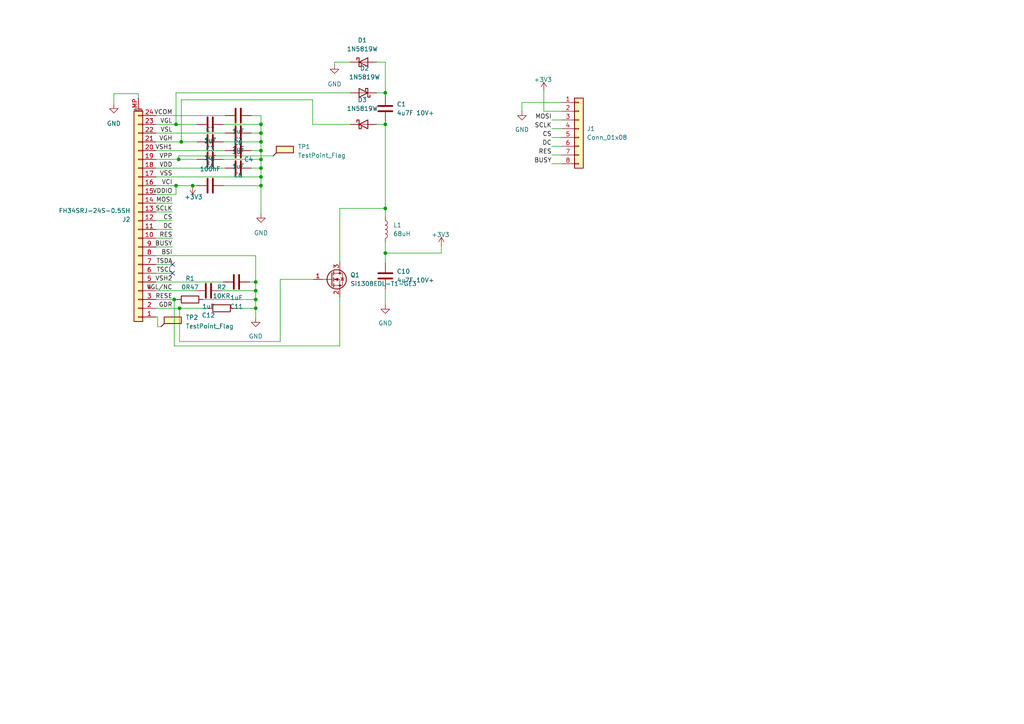
<source format=kicad_sch>
(kicad_sch (version 20211123) (generator eeschema)
  (paper "A4")
  (lib_symbols
    (symbol "Connector:TestPoint_Flag" (pin_numbers hide) (pin_names (offset 0.762) hide)
      (property "Reference" "TP" (at 3.429 1.778 0))
      (property "Value" "TestPoint_Flag" (at 3.302 4.191 0))
      (symbol "TestPoint_Flag_0_1"
        (polyline (pts (xy 0 0) (xy 0.889 0.889)) (stroke (width 0.254)))
        (rectangle (start 0.889 2.794) (end 5.842 0.889) (stroke (width 0.254)) (fill (type background)))
      )
      (symbol "TestPoint_Flag_1_1"
        (pin passive line (at 0 0 90) (length 0) (name "1") (number "1"))
      )
    )
    (symbol "Connector_Generic:Conn_01x08" (pin_names (offset 1.016) hide)
      (property "Reference" "J" (at 0 10.16 0))
      (property "Value" "Conn_01x08" (at 0 -12.7 0))
      (symbol "Conn_01x08_1_1"
        (rectangle (start -1.27 -10.033) (end 0 -10.287) (stroke (width 0.1524)))
        (rectangle (start -1.27 -7.493) (end 0 -7.747) (stroke (width 0.1524)))
        (rectangle (start -1.27 -4.953) (end 0 -5.207) (stroke (width 0.1524)))
        (rectangle (start -1.27 -2.413) (end 0 -2.667) (stroke (width 0.1524)))
        (rectangle (start -1.27 0.127) (end 0 -0.127) (stroke (width 0.1524)))
        (rectangle (start -1.27 2.667) (end 0 2.413) (stroke (width 0.1524)))
        (rectangle (start -1.27 5.207) (end 0 4.953) (stroke (width 0.1524)))
        (rectangle (start -1.27 7.747) (end 0 7.493) (stroke (width 0.1524)))
        (rectangle (start -1.27 8.89) (end 1.27 -11.43) (stroke (width 0.254)) (fill (type background)))
        (pin passive line (at -5.08 7.62 0) (length 3.81) (name "Pin_1") (number "1"))
        (pin passive line (at -5.08 5.08 0) (length 3.81) (name "Pin_2") (number "2"))
        (pin passive line (at -5.08 2.54 0) (length 3.81) (name "Pin_3") (number "3"))
        (pin passive line (at -5.08 0 0) (length 3.81) (name "Pin_4") (number "4"))
        (pin passive line (at -5.08 -2.54 0) (length 3.81) (name "Pin_5") (number "5"))
        (pin passive line (at -5.08 -5.08 0) (length 3.81) (name "Pin_6") (number "6"))
        (pin passive line (at -5.08 -7.62 0) (length 3.81) (name "Pin_7") (number "7"))
        (pin passive line (at -5.08 -10.16 0) (length 3.81) (name "Pin_8") (number "8"))
      )
    )
    (symbol "Connector_Generic_MountingPin:Conn_01x24_MountingPin" (pin_names (offset 1.016) hide)
      (property "Reference" "J" (at 0 30.48 0))
      (property "Value" "Conn_01x24_MountingPin" (at 1.27 -33.02 0))
      (symbol "Conn_01x24_MountingPin_1_1"
        (rectangle (start -1.27 -30.353) (end 0 -30.607) (stroke (width 0.1524)))
        (rectangle (start -1.27 -27.813) (end 0 -28.067) (stroke (width 0.1524)))
        (rectangle (start -1.27 -25.273) (end 0 -25.527) (stroke (width 0.1524)))
        (rectangle (start -1.27 -22.733) (end 0 -22.987) (stroke (width 0.1524)))
        (rectangle (start -1.27 -20.193) (end 0 -20.447) (stroke (width 0.1524)))
        (rectangle (start -1.27 -17.653) (end 0 -17.907) (stroke (width 0.1524)))
        (rectangle (start -1.27 -15.113) (end 0 -15.367) (stroke (width 0.1524)))
        (rectangle (start -1.27 -12.573) (end 0 -12.827) (stroke (width 0.1524)))
        (rectangle (start -1.27 -10.033) (end 0 -10.287) (stroke (width 0.1524)))
        (rectangle (start -1.27 -7.493) (end 0 -7.747) (stroke (width 0.1524)))
        (rectangle (start -1.27 -4.953) (end 0 -5.207) (stroke (width 0.1524)))
        (rectangle (start -1.27 -2.413) (end 0 -2.667) (stroke (width 0.1524)))
        (rectangle (start -1.27 0.127) (end 0 -0.127) (stroke (width 0.1524)))
        (rectangle (start -1.27 2.667) (end 0 2.413) (stroke (width 0.1524)))
        (rectangle (start -1.27 5.207) (end 0 4.953) (stroke (width 0.1524)))
        (rectangle (start -1.27 7.747) (end 0 7.493) (stroke (width 0.1524)))
        (rectangle (start -1.27 10.287) (end 0 10.033) (stroke (width 0.1524)))
        (rectangle (start -1.27 12.827) (end 0 12.573) (stroke (width 0.1524)))
        (rectangle (start -1.27 15.367) (end 0 15.113) (stroke (width 0.1524)))
        (rectangle (start -1.27 17.907) (end 0 17.653) (stroke (width 0.1524)))
        (rectangle (start -1.27 20.447) (end 0 20.193) (stroke (width 0.1524)))
        (rectangle (start -1.27 22.987) (end 0 22.733) (stroke (width 0.1524)))
        (rectangle (start -1.27 25.527) (end 0 25.273) (stroke (width 0.1524)))
        (rectangle (start -1.27 28.067) (end 0 27.813) (stroke (width 0.1524)))
        (rectangle (start -1.27 29.21) (end 1.27 -31.75) (stroke (width 0.254)) (fill (type background)))
        (polyline (pts (xy -1.016 -32.512) (xy 1.016 -32.512)) (stroke (width 0.1524)))
        (text "Mounting" (at 0 -32.131 0) (effects (font (size 0.381 0.381))))
        (pin passive line (at -5.08 27.94 0) (length 3.81) (name "Pin_1") (number "1"))
        (pin passive line (at -5.08 5.08 0) (length 3.81) (name "Pin_10") (number "10"))
        (pin passive line (at -5.08 2.54 0) (length 3.81) (name "Pin_11") (number "11"))
        (pin passive line (at -5.08 0 0) (length 3.81) (name "Pin_12") (number "12"))
        (pin passive line (at -5.08 -2.54 0) (length 3.81) (name "Pin_13") (number "13"))
        (pin passive line (at -5.08 -5.08 0) (length 3.81) (name "Pin_14") (number "14"))
        (pin passive line (at -5.08 -7.62 0) (length 3.81) (name "Pin_15") (number "15"))
        (pin passive line (at -5.08 -10.16 0) (length 3.81) (name "Pin_16") (number "16"))
        (pin passive line (at -5.08 -12.7 0) (length 3.81) (name "Pin_17") (number "17"))
        (pin passive line (at -5.08 -15.24 0) (length 3.81) (name "Pin_18") (number "18"))
        (pin passive line (at -5.08 -17.78 0) (length 3.81) (name "Pin_19") (number "19"))
        (pin passive line (at -5.08 25.4 0) (length 3.81) (name "Pin_2") (number "2"))
        (pin passive line (at -5.08 -20.32 0) (length 3.81) (name "Pin_20") (number "20"))
        (pin passive line (at -5.08 -22.86 0) (length 3.81) (name "Pin_21") (number "21"))
        (pin passive line (at -5.08 -25.4 0) (length 3.81) (name "Pin_22") (number "22"))
        (pin passive line (at -5.08 -27.94 0) (length 3.81) (name "Pin_23") (number "23"))
        (pin passive line (at -5.08 -30.48 0) (length 3.81) (name "Pin_24") (number "24"))
        (pin passive line (at -5.08 22.86 0) (length 3.81) (name "Pin_3") (number "3"))
        (pin passive line (at -5.08 20.32 0) (length 3.81) (name "Pin_4") (number "4"))
        (pin passive line (at -5.08 17.78 0) (length 3.81) (name "Pin_5") (number "5"))
        (pin passive line (at -5.08 15.24 0) (length 3.81) (name "Pin_6") (number "6"))
        (pin passive line (at -5.08 12.7 0) (length 3.81) (name "Pin_7") (number "7"))
        (pin passive line (at -5.08 10.16 0) (length 3.81) (name "Pin_8") (number "8"))
        (pin passive line (at -5.08 7.62 0) (length 3.81) (name "Pin_9") (number "9"))
        (pin passive line (at 0 -35.56 90) (length 3.048) (name "MountPin") (number "MP"))
      )
    )
    (symbol "Device:C" (pin_numbers hide) (pin_names (offset 0.254))
      (property "Reference" "C" (at 0.635 2.54 0))
      (property "Value" "C" (at 0.635 -2.54 0))
      (symbol "C_0_1"
        (polyline (pts (xy -2.032 -0.762) (xy 2.032 -0.762)) (stroke (width 0.508)))
        (polyline (pts (xy -2.032 0.762) (xy 2.032 0.762)) (stroke (width 0.508)))
      )
      (symbol "C_1_1"
        (pin passive line (at 0 3.81 270) (length 2.794) (name "~") (number "1"))
        (pin passive line (at 0 -3.81 90) (length 2.794) (name "~") (number "2"))
      )
    )
    (symbol "Device:L" (pin_numbers hide) (pin_names (offset 1.016) hide)
      (property "Reference" "L" (at -1.27 0 90))
      (property "Value" "L" (at 1.905 0 90))
      (symbol "L_0_1"
        (arc (start 0 -2.54) (mid 0.635 -1.905) (end 0 -1.27))
        (arc (start 0 -1.27) (mid 0.635 -0.635) (end 0 0))
        (arc (start 0 0) (mid 0.635 0.635) (end 0 1.27))
        (arc (start 0 1.27) (mid 0.635 1.905) (end 0 2.54))
      )
      (symbol "L_1_1"
        (pin passive line (at 0 3.81 270) (length 1.27) (name "1") (number "1"))
        (pin passive line (at 0 -3.81 90) (length 1.27) (name "2") (number "2"))
      )
    )
    (symbol "Device:R" (pin_numbers hide) (pin_names (offset 0))
      (property "Reference" "R" (at 2.032 0 90))
      (property "Value" "R" (at 0 0 90))
      (symbol "R_0_1"
        (rectangle (start -1.016 -2.54) (end 1.016 2.54) (stroke (width 0.254)))
      )
      (symbol "R_1_1"
        (pin passive line (at 0 3.81 270) (length 1.27) (name "~") (number "1"))
        (pin passive line (at 0 -3.81 90) (length 1.27) (name "~") (number "2"))
      )
    )
    (symbol "Diode:MBR0530" (pin_numbers hide) (pin_names (offset 1.016) hide)
      (property "Reference" "D" (at 0 2.54 0))
      (property "Value" "MBR0530" (at 0 -2.54 0))
      (symbol "MBR0530_0_1"
        (polyline (pts (xy 1.27 0) (xy -1.27 0)))
        (polyline (pts (xy 1.27 1.27) (xy 1.27 -1.27) (xy -1.27 0) (xy 1.27 1.27)) (stroke (width 0.254)))
        (polyline (pts (xy -1.905 0.635) (xy -1.905 1.27) (xy -1.27 1.27) (xy -1.27 -1.27) (xy -0.635 -1.27) (xy -0.635 -0.635)) (stroke (width 0.254)))
      )
      (symbol "MBR0530_1_1"
        (pin passive line (at -3.81 0 0) (length 2.54) (name "K") (number "1"))
        (pin passive line (at 3.81 0 180) (length 2.54) (name "A") (number "2"))
      )
    )
    (symbol "Transistor_FET:2N7002" (pin_names hide)
      (property "Reference" "Q" (at 5.08 1.905 0))
      (property "Value" "2N7002" (at 5.08 0 0))
      (symbol "2N7002_0_1"
        (polyline (pts (xy 0.254 0) (xy -2.54 0)))
        (polyline (pts (xy 0.254 1.905) (xy 0.254 -1.905)) (stroke (width 0.254)))
        (polyline (pts (xy 0.762 -1.27) (xy 0.762 -2.286)) (stroke (width 0.254)))
        (polyline (pts (xy 0.762 0.508) (xy 0.762 -0.508)) (stroke (width 0.254)))
        (polyline (pts (xy 0.762 2.286) (xy 0.762 1.27)) (stroke (width 0.254)))
        (polyline (pts (xy 2.54 2.54) (xy 2.54 1.778)))
        (polyline (pts (xy 2.54 -2.54) (xy 2.54 0) (xy 0.762 0)))
        (polyline (pts (xy 0.762 -1.778) (xy 3.302 -1.778) (xy 3.302 1.778) (xy 0.762 1.778)))
        (polyline (pts (xy 1.016 0) (xy 2.032 0.381) (xy 2.032 -0.381) (xy 1.016 0)) (fill (type outline)))
        (polyline (pts (xy 2.794 0.508) (xy 2.921 0.381) (xy 3.683 0.381) (xy 3.81 0.254)))
        (polyline (pts (xy 3.302 0.381) (xy 2.921 -0.254) (xy 3.683 -0.254) (xy 3.302 0.381)))
        (circle (center 1.651 0) (radius 2.794) (stroke (width 0.254)))
        (circle (center 2.54 -1.778) (radius 0.254) (fill (type outline)))
        (circle (center 2.54 1.778) (radius 0.254) (fill (type outline)))
      )
      (symbol "2N7002_1_1"
        (pin input line (at -5.08 0 0) (length 2.54) (name "G") (number "1"))
        (pin passive line (at 2.54 -5.08 90) (length 2.54) (name "S") (number "2"))
        (pin passive line (at 2.54 5.08 270) (length 2.54) (name "D") (number "3"))
      )
    )
    (symbol "power:+3V3" (power) (pin_names (offset 0))
      (property "Value" "+3V3" (at 0 3.556 0))
      (symbol "+3V3_0_1"
        (polyline (pts (xy -0.762 1.27) (xy 0 2.54)))
        (polyline (pts (xy 0 0) (xy 0 2.54)))
        (polyline (pts (xy 0 2.54) (xy 0.762 1.27)))
      )
      (symbol "+3V3_1_1"
        (pin power_in line (at 0 0 90) (length 0) hide (name "+3V3") (number "1"))
      )
    )
    (symbol "power:GND" (power) (pin_names (offset 0))
      (property "Value" "GND" (at 0 -3.81 0))
      (symbol "GND_0_1"
        (polyline (pts (xy 0 0) (xy 0 -1.27) (xy 1.27 -1.27) (xy 0 -2.54) (xy -1.27 -1.27) (xy 0 -1.27)))
      )
      (symbol "GND_1_1"
        (pin power_in line (at 0 0 270) (length 0) hide (name "GND") (number "1"))
      )
    )
  )
  (junction (at 111.76 73.406))
  (junction (at 75.692 36.068))
  (junction (at 51.816 46.228))
  (junction (at 74.168 81.788))
  (junction (at 74.168 84.328))
  (junction (at 51.054 36.068))
  (junction (at 75.692 53.848))
  (junction (at 111.76 36.068))
  (junction (at 51.054 53.848))
  (junction (at 74.168 89.408))
  (junction (at 75.692 46.228))
  (junction (at 75.692 41.148))
  (junction (at 75.692 48.768))
  (junction (at 50.546 86.868))
  (junction (at 52.578 41.148))
  (junction (at 75.692 51.308))
  (junction (at 74.168 86.868))
  (junction (at 111.76 26.924))
  (junction (at 75.692 38.608))
  (junction (at 52.07 89.408))
  (junction (at 55.88 53.848))
  (junction (at 111.76 60.452))
  (junction (at 75.692 43.688))
  (no_connect (at 50.038 79.248))
  (no_connect (at 50.038 76.708))
  (wire (pts (xy 64.77 41.148) (xy 75.692 41.148)))
  (wire (pts (xy 72.898 38.608) (xy 75.692 38.608)))
  (wire (pts (xy 75.692 43.688) (xy 75.692 46.228)))
  (wire (pts (xy 75.692 51.308) (xy 75.692 53.848)))
  (wire (pts (xy 162.814 29.718) (xy 151.384 29.718)))
  (wire (pts (xy 74.168 84.328) (xy 74.168 81.788)))
  (wire (pts (xy 68.072 89.408) (xy 74.168 89.408)))
  (wire (pts (xy 75.692 36.068) (xy 75.692 38.608)))
  (wire (pts (xy 45.212 76.708) (xy 50.038 76.708)))
  (wire (pts (xy 50.038 58.928) (xy 45.212 58.928)))
  (wire (pts (xy 33.02 27.178) (xy 40.132 27.178)))
  (wire (pts (xy 51.054 56.388) (xy 51.054 53.848)))
  (wire (pts (xy 90.678 36.068) (xy 90.678 28.956)))
  (wire (pts (xy 111.76 26.924) (xy 109.22 26.924)))
  (wire (pts (xy 51.816 46.228) (xy 51.816 45.212)))
  (wire (pts (xy 74.168 86.868) (xy 74.168 89.408)))
  (wire (pts (xy 45.212 33.528) (xy 65.278 33.528)))
  (wire (pts (xy 160.02 34.798) (xy 162.814 34.798)))
  (wire (pts (xy 111.76 73.406) (xy 111.76 76.2)))
  (wire (pts (xy 75.692 48.768) (xy 75.692 51.308)))
  (wire (pts (xy 50.038 66.548) (xy 45.212 66.548)))
  (wire (pts (xy 157.734 32.258) (xy 162.814 32.258)))
  (wire (pts (xy 40.132 27.178) (xy 40.132 28.448)))
  (wire (pts (xy 52.578 28.956) (xy 52.578 41.148)))
  (wire (pts (xy 160.02 37.338) (xy 162.814 37.338)))
  (wire (pts (xy 160.02 42.418) (xy 162.814 42.418)))
  (wire (pts (xy 98.552 86.106) (xy 98.552 100.33)))
  (wire (pts (xy 55.88 53.848) (xy 57.15 53.848)))
  (wire (pts (xy 56.642 84.328) (xy 45.212 84.328)))
  (wire (pts (xy 50.038 61.468) (xy 45.212 61.468)))
  (wire (pts (xy 111.76 27.686) (xy 111.76 26.924)))
  (wire (pts (xy 111.76 36.068) (xy 111.76 60.452)))
  (wire (pts (xy 50.038 71.628) (xy 45.212 71.628)))
  (wire (pts (xy 51.816 45.212) (xy 79.248 45.212)))
  (wire (pts (xy 45.212 43.688) (xy 65.278 43.688)))
  (wire (pts (xy 75.692 38.608) (xy 75.692 41.148)))
  (wire (pts (xy 75.692 41.148) (xy 75.692 43.688)))
  (wire (pts (xy 109.22 36.068) (xy 111.76 36.068)))
  (wire (pts (xy 51.816 46.228) (xy 57.15 46.228)))
  (wire (pts (xy 50.546 100.33) (xy 50.546 86.868)))
  (wire (pts (xy 64.262 84.328) (xy 74.168 84.328)))
  (wire (pts (xy 50.546 86.868) (xy 51.308 86.868)))
  (wire (pts (xy 45.212 51.308) (xy 75.692 51.308)))
  (wire (pts (xy 45.212 46.228) (xy 51.816 46.228)))
  (wire (pts (xy 58.928 86.868) (xy 74.168 86.868)))
  (wire (pts (xy 50.038 64.008) (xy 45.212 64.008)))
  (wire (pts (xy 51.054 53.848) (xy 45.212 53.848)))
  (wire (pts (xy 51.054 36.068) (xy 57.15 36.068)))
  (wire (pts (xy 75.692 33.528) (xy 75.692 36.068)))
  (wire (pts (xy 64.77 53.848) (xy 75.692 53.848)))
  (wire (pts (xy 64.77 36.068) (xy 75.692 36.068)))
  (wire (pts (xy 45.212 89.408) (xy 52.07 89.408)))
  (wire (pts (xy 72.898 33.528) (xy 75.692 33.528)))
  (wire (pts (xy 101.6 26.924) (xy 51.054 26.924)))
  (wire (pts (xy 101.6 18.034) (xy 97.028 18.034)))
  (wire (pts (xy 72.898 43.688) (xy 75.692 43.688)))
  (wire (pts (xy 74.168 81.788) (xy 72.39 81.788)))
  (wire (pts (xy 98.552 100.33) (xy 50.546 100.33)))
  (wire (pts (xy 52.07 89.408) (xy 60.452 89.408)))
  (wire (pts (xy 160.02 39.878) (xy 162.814 39.878)))
  (wire (pts (xy 111.76 70.358) (xy 111.76 73.406)))
  (wire (pts (xy 111.76 60.452) (xy 111.76 62.738)))
  (wire (pts (xy 160.02 47.498) (xy 162.814 47.498)))
  (wire (pts (xy 98.552 60.452) (xy 111.76 60.452)))
  (wire (pts (xy 45.212 48.768) (xy 65.278 48.768)))
  (wire (pts (xy 33.02 30.226) (xy 33.02 27.178)))
  (wire (pts (xy 51.054 26.924) (xy 51.054 36.068)))
  (wire (pts (xy 74.168 81.788) (xy 74.168 74.168)))
  (wire (pts (xy 51.054 56.388) (xy 45.212 56.388)))
  (wire (pts (xy 98.552 75.946) (xy 98.552 60.452)))
  (wire (pts (xy 72.898 48.768) (xy 75.692 48.768)))
  (wire (pts (xy 45.72 94.742) (xy 46.736 94.742)))
  (wire (pts (xy 101.6 36.068) (xy 90.678 36.068)))
  (wire (pts (xy 45.212 36.068) (xy 51.054 36.068)))
  (wire (pts (xy 45.212 79.248) (xy 50.038 79.248)))
  (wire (pts (xy 74.168 84.328) (xy 74.168 86.868)))
  (wire (pts (xy 90.932 81.026) (xy 81.28 81.026)))
  (wire (pts (xy 111.76 18.034) (xy 111.76 26.924)))
  (wire (pts (xy 50.038 69.088) (xy 45.212 69.088)))
  (wire (pts (xy 74.168 74.168) (xy 45.212 74.168)))
  (wire (pts (xy 55.88 53.848) (xy 51.054 53.848)))
  (wire (pts (xy 81.28 81.026) (xy 81.28 99.06)))
  (wire (pts (xy 52.578 41.148) (xy 57.15 41.148)))
  (wire (pts (xy 81.28 99.06) (xy 52.07 99.06)))
  (wire (pts (xy 74.168 89.408) (xy 74.168 92.202)))
  (wire (pts (xy 160.02 44.958) (xy 162.814 44.958)))
  (wire (pts (xy 157.734 26.416) (xy 157.734 32.258)))
  (wire (pts (xy 45.212 38.608) (xy 65.278 38.608)))
  (wire (pts (xy 111.76 83.82) (xy 111.76 88.392)))
  (wire (pts (xy 52.07 99.06) (xy 52.07 89.408)))
  (wire (pts (xy 64.77 81.788) (xy 45.212 81.788)))
  (wire (pts (xy 111.76 73.406) (xy 128.016 73.406)))
  (wire (pts (xy 75.692 46.228) (xy 75.692 48.768)))
  (wire (pts (xy 75.692 53.848) (xy 75.692 61.976)))
  (wire (pts (xy 111.76 36.068) (xy 111.76 35.306)))
  (wire (pts (xy 45.212 86.868) (xy 50.546 86.868)))
  (wire (pts (xy 151.384 29.718) (xy 151.384 32.258)))
  (wire (pts (xy 128.016 71.374) (xy 128.016 73.406)))
  (wire (pts (xy 90.678 28.956) (xy 52.578 28.956)))
  (wire (pts (xy 45.212 91.948) (xy 45.72 91.948)))
  (wire (pts (xy 45.72 91.948) (xy 45.72 94.742)))
  (wire (pts (xy 97.028 18.034) (xy 97.028 18.796)))
  (wire (pts (xy 64.77 46.228) (xy 75.692 46.228)))
  (wire (pts (xy 109.22 18.034) (xy 111.76 18.034)))
  (wire (pts (xy 45.212 41.148) (xy 52.578 41.148)))
  (label "VSS" (at 50.038 51.308 180))
  (label "VGL{slash}NC" (at 50.038 84.328 180))
  (label "VSH2" (at 50.038 81.788 180))
  (label "VDD" (at 50.038 48.768 180))
  (label "CS" (at 160.02 39.878 180))
  (label "MOSI" (at 160.02 34.798 180))
  (label "BUSY" (at 160.02 47.498 180))
  (label "DC" (at 160.02 42.418 180))
  (label "TSCL" (at 50.038 79.248 180))
  (label "VDDIO" (at 50.038 56.388 180))
  (label "SCLK" (at 160.02 37.338 180))
  (label "RESE" (at 50.038 86.868 180))
  (label "SCLK" (at 50.038 61.468 180))
  (label "VSL" (at 50.038 38.608 180))
  (label "VCOM" (at 50.038 33.528 180))
  (label "MOSI" (at 50.038 58.928 180))
  (label "RES" (at 50.038 69.088 180))
  (label "VPP" (at 50.038 46.228 180))
  (label "CS" (at 50.038 64.008 180))
  (label "TSDA" (at 50.038 76.708 180))
  (label "VCI" (at 50.038 53.848 180))
  (label "DC" (at 50.038 66.548 180))
  (label "BUSY" (at 50.038 71.628 180))
  (label "GDR" (at 50.038 89.408 180))
  (label "VSH1" (at 50.038 43.688 180))
  (label "VGH" (at 50.038 41.148 180))
  (label "BSI" (at 50.038 74.168 180))
  (label "VGL" (at 50.038 36.068 180))
  (label "RES" (at 160.02 44.958 180))
  (symbol (lib_id "power:+3V3") (at 157.734 26.416 0) (unit 1)
    (property "Reference" "#PWR02" (effects hide))
    (property "Value" "+3V3" (at 157.48 23.114 0))
  )
  (symbol (lib_id "Device:C") (at 60.96 36.068 270) (unit 1)
    (property "Reference" "C3" (at 60.96 43.18 90))
    (property "Value" "1uF" (at 60.96 40.64 90))
    (property "Footprint" "Capacitor_SMD:C_0603_1608Metric_Pad1.08x0.95mm_HandSolder" (effects hide))
    (property "Manufacturer part" "CL10A105KO8NNNC" (effects hide))
  )
  (symbol (lib_id "Device:C") (at 68.58 81.788 270) (unit 1)
    (property "Reference" "C11" (at 68.58 88.9 90))
    (property "Value" "1uF" (at 68.58 86.36 90))
    (property "Footprint" "Capacitor_SMD:C_0603_1608Metric_Pad1.08x0.95mm_HandSolder" (effects hide))
    (property "Manufacturer part" "CL10A105KO8NNNC" (effects hide))
  )
  (symbol (lib_id "Device:C") (at 60.96 41.148 270) (unit 1)
    (property "Reference" "C5" (at 60.96 48.26 90))
    (property "Value" "1uF" (at 60.96 45.72 90))
    (property "Footprint" "Capacitor_SMD:C_0603_1608Metric_Pad1.08x0.95mm_HandSolder" (effects hide))
    (property "Manufacturer part" "CL10A105KO8NNNC" (effects hide))
  )
  (symbol (lib_id "Device:C") (at 60.452 84.328 270) (unit 1)
    (property "Reference" "C12" (at 60.452 91.44 90))
    (property "Value" "1uF" (at 60.452 88.9 90))
    (property "Footprint" "Capacitor_SMD:C_0603_1608Metric_Pad1.08x0.95mm_HandSolder" (effects hide))
    (property "Manufacturer part" "CL10A105KO8NNNC" (effects hide))
  )
  (symbol (lib_id "Device:R") (at 64.262 89.408 270) (unit 1)
    (property "Reference" "R2" (at 64.262 83.312 90))
    (property "Value" "10KR" (at 64.262 85.852 90))
    (property "Footprint" "Resistor_SMD:R_0603_1608Metric_Pad0.98x0.95mm_HandSolder" (effects hide))
    (property "Manufacturer part" "RS-03K103JT" (effects hide))
  )
  (symbol (lib_id "Device:C") (at 111.76 31.496 180) (unit 1)
    (property "Reference" "C1" (at 115.062 30.2259 0) (effects (justify right)))
    (property "Value" "4u7F 10V+" (at 115.062 32.7659 0) (effects (justify right)))
    (property "Footprint" "Capacitor_SMD:C_0603_1608Metric_Pad1.08x0.95mm_HandSolder" (effects hide))
    (property "Manufacturer part" "CL10A475KO8NNNC" (effects hide))
  )
  (symbol (lib_id "Device:L") (at 111.76 66.548 0) (unit 1)
    (property "Reference" "L1" (at 114.046 65.2779 0) (effects (justify left)))
    (property "Value" "68uH" (at 114.046 67.8179 0) (effects (justify left)))
    (property "Footprint" "Inductor_SMD:L_0805_2012Metric_Pad1.15x1.40mm_HandSolder" (effects hide))
    (property "Manufacturer part" "MLF2012C380KT000" (effects hide))
  )
  (symbol (lib_id "power:GND") (at 75.692 61.976 0) (unit 1)
    (property "Reference" "#PWR05" (effects hide))
    (property "Value" "GND" (at 75.692 67.564 0))
  )
  (symbol (lib_id "Device:C") (at 69.088 38.608 270) (unit 1)
    (property "Reference" "C4" (at 72.136 46.228 90))
    (property "Value" "1uF" (at 69.088 43.18 90))
    (property "Footprint" "Capacitor_SMD:C_0603_1608Metric_Pad1.08x0.95mm_HandSolder" (effects hide))
    (property "Manufacturer part" "CL10A105KO8NNNC" (effects hide))
  )
  (symbol (lib_id "Device:C") (at 69.088 33.528 270) (unit 1)
    (property "Reference" "C2" (at 69.088 40.64 90))
    (property "Value" "1uF" (at 69.088 38.1 90))
    (property "Footprint" "Capacitor_SMD:C_0603_1608Metric_Pad1.08x0.95mm_HandSolder" (effects hide))
    (property "Manufacturer part" "CL10A105KO8NNNC" (effects hide))
  )
  (symbol (lib_id "power:+3V3") (at 128.016 71.374 0) (unit 1)
    (property "Reference" "#PWR06" (effects hide))
    (property "Value" "+3V3" (at 127.762 68.072 0))
  )
  (symbol (lib_id "Connector_Generic:Conn_01x08") (at 167.894 37.338 0) (unit 1)
    (property "Reference" "J1" (at 170.18 37.3379 0) (effects (justify left)))
    (property "Value" "Conn_01x08" (at 170.18 39.8779 0) (effects (justify left)))
    (property "Footprint" "Connector_Harwin:Harwin_M20-89008xx_1x08_P2.54mm_Horizontal" (effects hide))
  )
  (symbol (lib_id "Transistor_FET:2N7002") (at 96.012 81.026 0) (unit 1)
    (property "Reference" "Q1" (at 101.6 79.7559 0) (effects (justify left)))
    (property "Value" "Si1308EDL-T1-GE3" (at 101.6 82.2959 0) (effects (justify left)))
    (property "Footprint" "Package_TO_SOT_SMD:SOT-323_SC-70_Handsoldering" (effects hide))
    (property "Datasheet" "https://www.onsemi.com/pub/Collateral/NDS7002A-D.PDF" (effects hide))
    (property "Manufacturer part" "Si1308EDL-T1-GE3" (effects hide))
  )
  (symbol (lib_id "Device:C") (at 69.088 48.768 270) (unit 1)
    (property "Reference" "C8" (at 69.088 41.402 90))
    (property "Value" "1uF" (at 69.088 43.942 90))
    (property "Footprint" "Capacitor_SMD:C_0603_1608Metric_Pad1.08x0.95mm_HandSolder" (effects hide))
    (property "Manufacturer part" "CL10A105KO8NNNC" (effects hide))
  )
  (symbol (lib_id "Device:C") (at 60.96 53.848 270) (unit 1)
    (property "Reference" "C9" (at 60.96 46.482 90))
    (property "Value" "100nF" (at 60.96 49.022 90))
    (property "Footprint" "Capacitor_SMD:C_0603_1608Metric_Pad1.08x0.95mm_HandSolder" (effects hide))
    (property "Manufacturer part" "TCC0603X7R104K500CT" (effects hide))
  )
  (symbol (lib_id "Diode:MBR0530") (at 105.41 26.924 180) (unit 1)
    (property "Reference" "D2" (at 105.7275 19.812 0))
    (property "Value" "1N5819W" (at 105.7275 22.352 0))
    (property "Footprint" "Diode_SMD:D_SOD-123" (effects hide))
    (property "Datasheet" "http://www.mccsemi.com/up_pdf/MBR0520~MBR0580(SOD123).pdf" (effects hide))
    (property "Manufacturer part" "1N5819W" (effects hide))
  )
  (symbol (lib_id "power:+3V3") (at 55.88 53.848 180) (unit 1)
    (property "Reference" "#PWR04" (effects hide))
    (property "Value" "+3V3" (at 56.134 57.15 0))
  )
  (symbol (lib_id "Device:C") (at 60.96 46.228 90) (unit 1)
    (property "Reference" "C7" (at 60.96 37.592 90))
    (property "Value" "1uF" (at 60.96 40.894 90))
    (property "Footprint" "Capacitor_SMD:C_0603_1608Metric_Pad1.08x0.95mm_HandSolder" (effects hide))
    (property "Manufacturer part" "CL10A105KO8NNNC" (effects hide))
  )
  (symbol (lib_id "power:GND") (at 97.028 18.796 0) (unit 1)
    (property "Reference" "#PWR01" (effects hide))
    (property "Value" "GND" (at 97.028 24.384 0))
  )
  (symbol (lib_id "Device:C") (at 111.76 80.01 180) (unit 1)
    (property "Reference" "C10" (at 115.062 78.7399 0) (effects (justify right)))
    (property "Value" "4u7F 10V+" (at 115.062 81.2799 0) (effects (justify right)))
    (property "Footprint" "Capacitor_SMD:C_0603_1608Metric_Pad1.08x0.95mm_HandSolder" (effects hide))
    (property "Manufacturer part" "CL10A475KO8NNNC" (effects hide))
  )
  (symbol (lib_id "Diode:MBR0530") (at 105.41 18.034 0) (unit 1)
    (property "Reference" "D1" (at 105.0925 11.684 0))
    (property "Value" "1N5819W" (at 105.0925 14.224 0))
    (property "Footprint" "Diode_SMD:D_SOD-123" (effects hide))
    (property "Datasheet" "http://www.mccsemi.com/up_pdf/MBR0520~MBR0580(SOD123).pdf" (effects hide))
    (property "Manufacturer part" "1N5819W" (effects hide))
  )
  (symbol (lib_id "power:GND") (at 151.384 32.258 0) (unit 1)
    (property "Reference" "#PWR03" (effects hide))
    (property "Value" "GND" (at 151.384 37.592 0))
  )
  (symbol (lib_id "power:GND") (at 111.76 88.392 0) (unit 1)
    (property "Reference" "#PWR07" (effects hide))
    (property "Value" "GND" (at 111.76 93.726 0))
  )
  (symbol (lib_id "Connector:TestPoint_Flag") (at 79.248 45.212 0) (unit 1)
    (property "Reference" "TP1" (at 86.36 42.5449 0) (effects (justify left)))
    (property "Value" "TestPoint_Flag" (at 86.36 45.0849 0) (effects (justify left)))
    (property "Footprint" "TestPoint:TestPoint_Pad_1.0x1.0mm" (effects hide))
  )
  (symbol (lib_id "Device:R") (at 55.118 86.868 270) (unit 1)
    (property "Reference" "R1" (at 55.118 80.772 90))
    (property "Value" "0R47" (at 55.118 83.312 90))
    (property "Footprint" "Resistor_SMD:R_0603_1608Metric_Pad0.98x0.95mm_HandSolder" (effects hide))
    (property "Manufacturer part" "0603WAJ047KT5E" (effects hide))
  )
  (symbol (lib_id "Diode:MBR0530") (at 105.41 36.068 0) (unit 1)
    (property "Reference" "D3" (at 105.0925 28.956 0))
    (property "Value" "1N5819W" (at 105.0925 31.496 0))
    (property "Footprint" "Diode_SMD:D_SOD-123" (effects hide))
    (property "Datasheet" "http://www.mccsemi.com/up_pdf/MBR0520~MBR0580(SOD123).pdf" (effects hide))
    (property "Manufacturer part" "1N5819W" (effects hide))
  )
  (symbol (lib_id "power:GND") (at 74.168 92.202 0) (unit 1)
    (property "Reference" "#PWR08" (effects hide))
    (property "Value" "GND" (at 74.168 97.536 0))
  )
  (symbol (lib_id "power:GND") (at 33.02 30.226 0) (unit 1)
    (property "Reference" "#PWR0101" (effects hide))
    (property "Value" "GND" (at 33.02 35.814 0))
  )
  (symbol (lib_id "Connector_Generic_MountingPin:Conn_01x24_MountingPin") (at 40.132 64.008 180) (unit 1)
    (property "Reference" "J2" (at 37.846 63.6525 0) (effects (justify left)))
    (property "Value" "FH34SRJ-24S-0.5SH" (at 37.846 61.1125 0) (effects (justify left)))
    (property "Footprint" "Connector_FFC-FPC:Hirose_FH12-24S-0.5SH_1x24-1MP_P0.50mm_Horizontal" (effects hide))
    (property "Manufacturer part" "FH34SRJ-24S-0.5SH" (effects hide))
  )
  (symbol (lib_id "Device:C") (at 69.088 43.688 270) (unit 1)
    (property "Reference" "C6" (at 69.088 50.8 90))
    (property "Value" "1uF" (at 69.088 48.26 90))
    (property "Footprint" "Capacitor_SMD:C_0603_1608Metric_Pad1.08x0.95mm_HandSolder" (effects hide))
    (property "Manufacturer part" "CL10A105KO8NNNC" (effects hide))
  )
  (symbol (lib_id "Connector:TestPoint_Flag") (at 46.736 94.742 0) (unit 1)
    (property "Reference" "TP2" (at 53.848 92.0749 0) (effects (justify left)))
    (property "Value" "TestPoint_Flag" (at 53.848 94.6149 0) (effects (justify left)))
    (property "Footprint" "TestPoint:TestPoint_Pad_1.0x1.0mm" (effects hide))
  )
)
</source>
